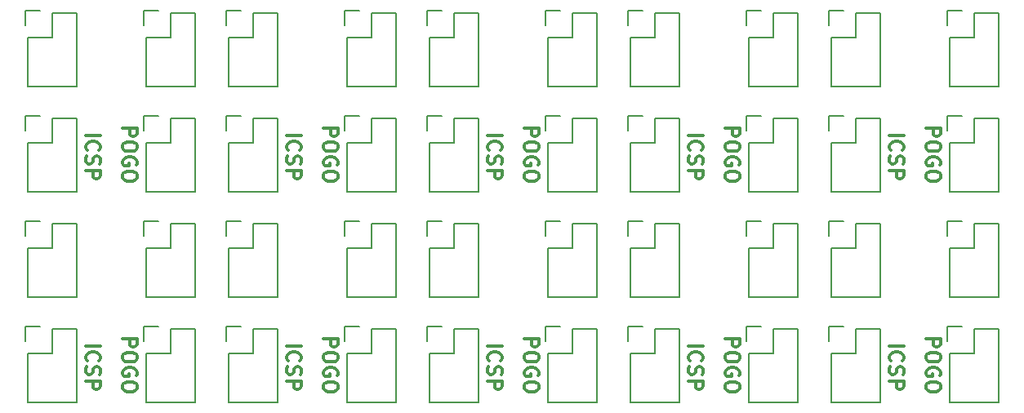
<source format=gto>
G04 #@! TF.FileFunction,Legend,Top*
%FSLAX46Y46*%
G04 Gerber Fmt 4.6, Leading zero omitted, Abs format (unit mm)*
G04 Created by KiCad (PCBNEW 4.0.5+dfsg1-4) date Wed Oct 11 12:16:19 2017*
%MOMM*%
%LPD*%
G01*
G04 APERTURE LIST*
%ADD10C,0.100000*%
%ADD11C,0.300000*%
%ADD12C,0.150000*%
G04 APERTURE END LIST*
D10*
D11*
X245955429Y-88471714D02*
X247455429Y-88471714D01*
X247455429Y-89043142D01*
X247384000Y-89186000D01*
X247312571Y-89257428D01*
X247169714Y-89328857D01*
X246955429Y-89328857D01*
X246812571Y-89257428D01*
X246741143Y-89186000D01*
X246669714Y-89043142D01*
X246669714Y-88471714D01*
X247455429Y-90257428D02*
X247455429Y-90543142D01*
X247384000Y-90686000D01*
X247241143Y-90828857D01*
X246955429Y-90900285D01*
X246455429Y-90900285D01*
X246169714Y-90828857D01*
X246026857Y-90686000D01*
X245955429Y-90543142D01*
X245955429Y-90257428D01*
X246026857Y-90114571D01*
X246169714Y-89971714D01*
X246455429Y-89900285D01*
X246955429Y-89900285D01*
X247241143Y-89971714D01*
X247384000Y-90114571D01*
X247455429Y-90257428D01*
X247384000Y-92328857D02*
X247455429Y-92186000D01*
X247455429Y-91971714D01*
X247384000Y-91757429D01*
X247241143Y-91614571D01*
X247098286Y-91543143D01*
X246812571Y-91471714D01*
X246598286Y-91471714D01*
X246312571Y-91543143D01*
X246169714Y-91614571D01*
X246026857Y-91757429D01*
X245955429Y-91971714D01*
X245955429Y-92114571D01*
X246026857Y-92328857D01*
X246098286Y-92400286D01*
X246598286Y-92400286D01*
X246598286Y-92114571D01*
X247455429Y-93328857D02*
X247455429Y-93614571D01*
X247384000Y-93757429D01*
X247241143Y-93900286D01*
X246955429Y-93971714D01*
X246455429Y-93971714D01*
X246169714Y-93900286D01*
X246026857Y-93757429D01*
X245955429Y-93614571D01*
X245955429Y-93328857D01*
X246026857Y-93186000D01*
X246169714Y-93043143D01*
X246455429Y-92971714D01*
X246955429Y-92971714D01*
X247241143Y-93043143D01*
X247384000Y-93186000D01*
X247455429Y-93328857D01*
X242145429Y-89225715D02*
X243645429Y-89225715D01*
X242288286Y-90797144D02*
X242216857Y-90725715D01*
X242145429Y-90511429D01*
X242145429Y-90368572D01*
X242216857Y-90154287D01*
X242359714Y-90011429D01*
X242502571Y-89940001D01*
X242788286Y-89868572D01*
X243002571Y-89868572D01*
X243288286Y-89940001D01*
X243431143Y-90011429D01*
X243574000Y-90154287D01*
X243645429Y-90368572D01*
X243645429Y-90511429D01*
X243574000Y-90725715D01*
X243502571Y-90797144D01*
X242216857Y-91368572D02*
X242145429Y-91582858D01*
X242145429Y-91940001D01*
X242216857Y-92082858D01*
X242288286Y-92154287D01*
X242431143Y-92225715D01*
X242574000Y-92225715D01*
X242716857Y-92154287D01*
X242788286Y-92082858D01*
X242859714Y-91940001D01*
X242931143Y-91654287D01*
X243002571Y-91511429D01*
X243074000Y-91440001D01*
X243216857Y-91368572D01*
X243359714Y-91368572D01*
X243502571Y-91440001D01*
X243574000Y-91511429D01*
X243645429Y-91654287D01*
X243645429Y-92011429D01*
X243574000Y-92225715D01*
X242145429Y-92868572D02*
X243645429Y-92868572D01*
X243645429Y-93440000D01*
X243574000Y-93582858D01*
X243502571Y-93654286D01*
X243359714Y-93725715D01*
X243145429Y-93725715D01*
X243002571Y-93654286D01*
X242931143Y-93582858D01*
X242859714Y-93440000D01*
X242859714Y-92868572D01*
X242145429Y-111069715D02*
X243645429Y-111069715D01*
X242288286Y-112641144D02*
X242216857Y-112569715D01*
X242145429Y-112355429D01*
X242145429Y-112212572D01*
X242216857Y-111998287D01*
X242359714Y-111855429D01*
X242502571Y-111784001D01*
X242788286Y-111712572D01*
X243002571Y-111712572D01*
X243288286Y-111784001D01*
X243431143Y-111855429D01*
X243574000Y-111998287D01*
X243645429Y-112212572D01*
X243645429Y-112355429D01*
X243574000Y-112569715D01*
X243502571Y-112641144D01*
X242216857Y-113212572D02*
X242145429Y-113426858D01*
X242145429Y-113784001D01*
X242216857Y-113926858D01*
X242288286Y-113998287D01*
X242431143Y-114069715D01*
X242574000Y-114069715D01*
X242716857Y-113998287D01*
X242788286Y-113926858D01*
X242859714Y-113784001D01*
X242931143Y-113498287D01*
X243002571Y-113355429D01*
X243074000Y-113284001D01*
X243216857Y-113212572D01*
X243359714Y-113212572D01*
X243502571Y-113284001D01*
X243574000Y-113355429D01*
X243645429Y-113498287D01*
X243645429Y-113855429D01*
X243574000Y-114069715D01*
X242145429Y-114712572D02*
X243645429Y-114712572D01*
X243645429Y-115284000D01*
X243574000Y-115426858D01*
X243502571Y-115498286D01*
X243359714Y-115569715D01*
X243145429Y-115569715D01*
X243002571Y-115498286D01*
X242931143Y-115426858D01*
X242859714Y-115284000D01*
X242859714Y-114712572D01*
X245955429Y-110315714D02*
X247455429Y-110315714D01*
X247455429Y-110887142D01*
X247384000Y-111030000D01*
X247312571Y-111101428D01*
X247169714Y-111172857D01*
X246955429Y-111172857D01*
X246812571Y-111101428D01*
X246741143Y-111030000D01*
X246669714Y-110887142D01*
X246669714Y-110315714D01*
X247455429Y-112101428D02*
X247455429Y-112387142D01*
X247384000Y-112530000D01*
X247241143Y-112672857D01*
X246955429Y-112744285D01*
X246455429Y-112744285D01*
X246169714Y-112672857D01*
X246026857Y-112530000D01*
X245955429Y-112387142D01*
X245955429Y-112101428D01*
X246026857Y-111958571D01*
X246169714Y-111815714D01*
X246455429Y-111744285D01*
X246955429Y-111744285D01*
X247241143Y-111815714D01*
X247384000Y-111958571D01*
X247455429Y-112101428D01*
X247384000Y-114172857D02*
X247455429Y-114030000D01*
X247455429Y-113815714D01*
X247384000Y-113601429D01*
X247241143Y-113458571D01*
X247098286Y-113387143D01*
X246812571Y-113315714D01*
X246598286Y-113315714D01*
X246312571Y-113387143D01*
X246169714Y-113458571D01*
X246026857Y-113601429D01*
X245955429Y-113815714D01*
X245955429Y-113958571D01*
X246026857Y-114172857D01*
X246098286Y-114244286D01*
X246598286Y-114244286D01*
X246598286Y-113958571D01*
X247455429Y-115172857D02*
X247455429Y-115458571D01*
X247384000Y-115601429D01*
X247241143Y-115744286D01*
X246955429Y-115815714D01*
X246455429Y-115815714D01*
X246169714Y-115744286D01*
X246026857Y-115601429D01*
X245955429Y-115458571D01*
X245955429Y-115172857D01*
X246026857Y-115030000D01*
X246169714Y-114887143D01*
X246455429Y-114815714D01*
X246955429Y-114815714D01*
X247241143Y-114887143D01*
X247384000Y-115030000D01*
X247455429Y-115172857D01*
X200489429Y-89225715D02*
X201989429Y-89225715D01*
X200632286Y-90797144D02*
X200560857Y-90725715D01*
X200489429Y-90511429D01*
X200489429Y-90368572D01*
X200560857Y-90154287D01*
X200703714Y-90011429D01*
X200846571Y-89940001D01*
X201132286Y-89868572D01*
X201346571Y-89868572D01*
X201632286Y-89940001D01*
X201775143Y-90011429D01*
X201918000Y-90154287D01*
X201989429Y-90368572D01*
X201989429Y-90511429D01*
X201918000Y-90725715D01*
X201846571Y-90797144D01*
X200560857Y-91368572D02*
X200489429Y-91582858D01*
X200489429Y-91940001D01*
X200560857Y-92082858D01*
X200632286Y-92154287D01*
X200775143Y-92225715D01*
X200918000Y-92225715D01*
X201060857Y-92154287D01*
X201132286Y-92082858D01*
X201203714Y-91940001D01*
X201275143Y-91654287D01*
X201346571Y-91511429D01*
X201418000Y-91440001D01*
X201560857Y-91368572D01*
X201703714Y-91368572D01*
X201846571Y-91440001D01*
X201918000Y-91511429D01*
X201989429Y-91654287D01*
X201989429Y-92011429D01*
X201918000Y-92225715D01*
X200489429Y-92868572D02*
X201989429Y-92868572D01*
X201989429Y-93440000D01*
X201918000Y-93582858D01*
X201846571Y-93654286D01*
X201703714Y-93725715D01*
X201489429Y-93725715D01*
X201346571Y-93654286D01*
X201275143Y-93582858D01*
X201203714Y-93440000D01*
X201203714Y-92868572D01*
X225127429Y-110315714D02*
X226627429Y-110315714D01*
X226627429Y-110887142D01*
X226556000Y-111030000D01*
X226484571Y-111101428D01*
X226341714Y-111172857D01*
X226127429Y-111172857D01*
X225984571Y-111101428D01*
X225913143Y-111030000D01*
X225841714Y-110887142D01*
X225841714Y-110315714D01*
X226627429Y-112101428D02*
X226627429Y-112387142D01*
X226556000Y-112530000D01*
X226413143Y-112672857D01*
X226127429Y-112744285D01*
X225627429Y-112744285D01*
X225341714Y-112672857D01*
X225198857Y-112530000D01*
X225127429Y-112387142D01*
X225127429Y-112101428D01*
X225198857Y-111958571D01*
X225341714Y-111815714D01*
X225627429Y-111744285D01*
X226127429Y-111744285D01*
X226413143Y-111815714D01*
X226556000Y-111958571D01*
X226627429Y-112101428D01*
X226556000Y-114172857D02*
X226627429Y-114030000D01*
X226627429Y-113815714D01*
X226556000Y-113601429D01*
X226413143Y-113458571D01*
X226270286Y-113387143D01*
X225984571Y-113315714D01*
X225770286Y-113315714D01*
X225484571Y-113387143D01*
X225341714Y-113458571D01*
X225198857Y-113601429D01*
X225127429Y-113815714D01*
X225127429Y-113958571D01*
X225198857Y-114172857D01*
X225270286Y-114244286D01*
X225770286Y-114244286D01*
X225770286Y-113958571D01*
X226627429Y-115172857D02*
X226627429Y-115458571D01*
X226556000Y-115601429D01*
X226413143Y-115744286D01*
X226127429Y-115815714D01*
X225627429Y-115815714D01*
X225341714Y-115744286D01*
X225198857Y-115601429D01*
X225127429Y-115458571D01*
X225127429Y-115172857D01*
X225198857Y-115030000D01*
X225341714Y-114887143D01*
X225627429Y-114815714D01*
X226127429Y-114815714D01*
X226413143Y-114887143D01*
X226556000Y-115030000D01*
X226627429Y-115172857D01*
X221317429Y-111069715D02*
X222817429Y-111069715D01*
X221460286Y-112641144D02*
X221388857Y-112569715D01*
X221317429Y-112355429D01*
X221317429Y-112212572D01*
X221388857Y-111998287D01*
X221531714Y-111855429D01*
X221674571Y-111784001D01*
X221960286Y-111712572D01*
X222174571Y-111712572D01*
X222460286Y-111784001D01*
X222603143Y-111855429D01*
X222746000Y-111998287D01*
X222817429Y-112212572D01*
X222817429Y-112355429D01*
X222746000Y-112569715D01*
X222674571Y-112641144D01*
X221388857Y-113212572D02*
X221317429Y-113426858D01*
X221317429Y-113784001D01*
X221388857Y-113926858D01*
X221460286Y-113998287D01*
X221603143Y-114069715D01*
X221746000Y-114069715D01*
X221888857Y-113998287D01*
X221960286Y-113926858D01*
X222031714Y-113784001D01*
X222103143Y-113498287D01*
X222174571Y-113355429D01*
X222246000Y-113284001D01*
X222388857Y-113212572D01*
X222531714Y-113212572D01*
X222674571Y-113284001D01*
X222746000Y-113355429D01*
X222817429Y-113498287D01*
X222817429Y-113855429D01*
X222746000Y-114069715D01*
X221317429Y-114712572D02*
X222817429Y-114712572D01*
X222817429Y-115284000D01*
X222746000Y-115426858D01*
X222674571Y-115498286D01*
X222531714Y-115569715D01*
X222317429Y-115569715D01*
X222174571Y-115498286D01*
X222103143Y-115426858D01*
X222031714Y-115284000D01*
X222031714Y-114712572D01*
X221317429Y-89225715D02*
X222817429Y-89225715D01*
X221460286Y-90797144D02*
X221388857Y-90725715D01*
X221317429Y-90511429D01*
X221317429Y-90368572D01*
X221388857Y-90154287D01*
X221531714Y-90011429D01*
X221674571Y-89940001D01*
X221960286Y-89868572D01*
X222174571Y-89868572D01*
X222460286Y-89940001D01*
X222603143Y-90011429D01*
X222746000Y-90154287D01*
X222817429Y-90368572D01*
X222817429Y-90511429D01*
X222746000Y-90725715D01*
X222674571Y-90797144D01*
X221388857Y-91368572D02*
X221317429Y-91582858D01*
X221317429Y-91940001D01*
X221388857Y-92082858D01*
X221460286Y-92154287D01*
X221603143Y-92225715D01*
X221746000Y-92225715D01*
X221888857Y-92154287D01*
X221960286Y-92082858D01*
X222031714Y-91940001D01*
X222103143Y-91654287D01*
X222174571Y-91511429D01*
X222246000Y-91440001D01*
X222388857Y-91368572D01*
X222531714Y-91368572D01*
X222674571Y-91440001D01*
X222746000Y-91511429D01*
X222817429Y-91654287D01*
X222817429Y-92011429D01*
X222746000Y-92225715D01*
X221317429Y-92868572D02*
X222817429Y-92868572D01*
X222817429Y-93440000D01*
X222746000Y-93582858D01*
X222674571Y-93654286D01*
X222531714Y-93725715D01*
X222317429Y-93725715D01*
X222174571Y-93654286D01*
X222103143Y-93582858D01*
X222031714Y-93440000D01*
X222031714Y-92868572D01*
X225127429Y-88471714D02*
X226627429Y-88471714D01*
X226627429Y-89043142D01*
X226556000Y-89186000D01*
X226484571Y-89257428D01*
X226341714Y-89328857D01*
X226127429Y-89328857D01*
X225984571Y-89257428D01*
X225913143Y-89186000D01*
X225841714Y-89043142D01*
X225841714Y-88471714D01*
X226627429Y-90257428D02*
X226627429Y-90543142D01*
X226556000Y-90686000D01*
X226413143Y-90828857D01*
X226127429Y-90900285D01*
X225627429Y-90900285D01*
X225341714Y-90828857D01*
X225198857Y-90686000D01*
X225127429Y-90543142D01*
X225127429Y-90257428D01*
X225198857Y-90114571D01*
X225341714Y-89971714D01*
X225627429Y-89900285D01*
X226127429Y-89900285D01*
X226413143Y-89971714D01*
X226556000Y-90114571D01*
X226627429Y-90257428D01*
X226556000Y-92328857D02*
X226627429Y-92186000D01*
X226627429Y-91971714D01*
X226556000Y-91757429D01*
X226413143Y-91614571D01*
X226270286Y-91543143D01*
X225984571Y-91471714D01*
X225770286Y-91471714D01*
X225484571Y-91543143D01*
X225341714Y-91614571D01*
X225198857Y-91757429D01*
X225127429Y-91971714D01*
X225127429Y-92114571D01*
X225198857Y-92328857D01*
X225270286Y-92400286D01*
X225770286Y-92400286D01*
X225770286Y-92114571D01*
X226627429Y-93328857D02*
X226627429Y-93614571D01*
X226556000Y-93757429D01*
X226413143Y-93900286D01*
X226127429Y-93971714D01*
X225627429Y-93971714D01*
X225341714Y-93900286D01*
X225198857Y-93757429D01*
X225127429Y-93614571D01*
X225127429Y-93328857D01*
X225198857Y-93186000D01*
X225341714Y-93043143D01*
X225627429Y-92971714D01*
X226127429Y-92971714D01*
X226413143Y-93043143D01*
X226556000Y-93186000D01*
X226627429Y-93328857D01*
X204299429Y-110315714D02*
X205799429Y-110315714D01*
X205799429Y-110887142D01*
X205728000Y-111030000D01*
X205656571Y-111101428D01*
X205513714Y-111172857D01*
X205299429Y-111172857D01*
X205156571Y-111101428D01*
X205085143Y-111030000D01*
X205013714Y-110887142D01*
X205013714Y-110315714D01*
X205799429Y-112101428D02*
X205799429Y-112387142D01*
X205728000Y-112530000D01*
X205585143Y-112672857D01*
X205299429Y-112744285D01*
X204799429Y-112744285D01*
X204513714Y-112672857D01*
X204370857Y-112530000D01*
X204299429Y-112387142D01*
X204299429Y-112101428D01*
X204370857Y-111958571D01*
X204513714Y-111815714D01*
X204799429Y-111744285D01*
X205299429Y-111744285D01*
X205585143Y-111815714D01*
X205728000Y-111958571D01*
X205799429Y-112101428D01*
X205728000Y-114172857D02*
X205799429Y-114030000D01*
X205799429Y-113815714D01*
X205728000Y-113601429D01*
X205585143Y-113458571D01*
X205442286Y-113387143D01*
X205156571Y-113315714D01*
X204942286Y-113315714D01*
X204656571Y-113387143D01*
X204513714Y-113458571D01*
X204370857Y-113601429D01*
X204299429Y-113815714D01*
X204299429Y-113958571D01*
X204370857Y-114172857D01*
X204442286Y-114244286D01*
X204942286Y-114244286D01*
X204942286Y-113958571D01*
X205799429Y-115172857D02*
X205799429Y-115458571D01*
X205728000Y-115601429D01*
X205585143Y-115744286D01*
X205299429Y-115815714D01*
X204799429Y-115815714D01*
X204513714Y-115744286D01*
X204370857Y-115601429D01*
X204299429Y-115458571D01*
X204299429Y-115172857D01*
X204370857Y-115030000D01*
X204513714Y-114887143D01*
X204799429Y-114815714D01*
X205299429Y-114815714D01*
X205585143Y-114887143D01*
X205728000Y-115030000D01*
X205799429Y-115172857D01*
X200489429Y-111069715D02*
X201989429Y-111069715D01*
X200632286Y-112641144D02*
X200560857Y-112569715D01*
X200489429Y-112355429D01*
X200489429Y-112212572D01*
X200560857Y-111998287D01*
X200703714Y-111855429D01*
X200846571Y-111784001D01*
X201132286Y-111712572D01*
X201346571Y-111712572D01*
X201632286Y-111784001D01*
X201775143Y-111855429D01*
X201918000Y-111998287D01*
X201989429Y-112212572D01*
X201989429Y-112355429D01*
X201918000Y-112569715D01*
X201846571Y-112641144D01*
X200560857Y-113212572D02*
X200489429Y-113426858D01*
X200489429Y-113784001D01*
X200560857Y-113926858D01*
X200632286Y-113998287D01*
X200775143Y-114069715D01*
X200918000Y-114069715D01*
X201060857Y-113998287D01*
X201132286Y-113926858D01*
X201203714Y-113784001D01*
X201275143Y-113498287D01*
X201346571Y-113355429D01*
X201418000Y-113284001D01*
X201560857Y-113212572D01*
X201703714Y-113212572D01*
X201846571Y-113284001D01*
X201918000Y-113355429D01*
X201989429Y-113498287D01*
X201989429Y-113855429D01*
X201918000Y-114069715D01*
X200489429Y-114712572D02*
X201989429Y-114712572D01*
X201989429Y-115284000D01*
X201918000Y-115426858D01*
X201846571Y-115498286D01*
X201703714Y-115569715D01*
X201489429Y-115569715D01*
X201346571Y-115498286D01*
X201275143Y-115426858D01*
X201203714Y-115284000D01*
X201203714Y-114712572D01*
X204299429Y-88471714D02*
X205799429Y-88471714D01*
X205799429Y-89043142D01*
X205728000Y-89186000D01*
X205656571Y-89257428D01*
X205513714Y-89328857D01*
X205299429Y-89328857D01*
X205156571Y-89257428D01*
X205085143Y-89186000D01*
X205013714Y-89043142D01*
X205013714Y-88471714D01*
X205799429Y-90257428D02*
X205799429Y-90543142D01*
X205728000Y-90686000D01*
X205585143Y-90828857D01*
X205299429Y-90900285D01*
X204799429Y-90900285D01*
X204513714Y-90828857D01*
X204370857Y-90686000D01*
X204299429Y-90543142D01*
X204299429Y-90257428D01*
X204370857Y-90114571D01*
X204513714Y-89971714D01*
X204799429Y-89900285D01*
X205299429Y-89900285D01*
X205585143Y-89971714D01*
X205728000Y-90114571D01*
X205799429Y-90257428D01*
X205728000Y-92328857D02*
X205799429Y-92186000D01*
X205799429Y-91971714D01*
X205728000Y-91757429D01*
X205585143Y-91614571D01*
X205442286Y-91543143D01*
X205156571Y-91471714D01*
X204942286Y-91471714D01*
X204656571Y-91543143D01*
X204513714Y-91614571D01*
X204370857Y-91757429D01*
X204299429Y-91971714D01*
X204299429Y-92114571D01*
X204370857Y-92328857D01*
X204442286Y-92400286D01*
X204942286Y-92400286D01*
X204942286Y-92114571D01*
X205799429Y-93328857D02*
X205799429Y-93614571D01*
X205728000Y-93757429D01*
X205585143Y-93900286D01*
X205299429Y-93971714D01*
X204799429Y-93971714D01*
X204513714Y-93900286D01*
X204370857Y-93757429D01*
X204299429Y-93614571D01*
X204299429Y-93328857D01*
X204370857Y-93186000D01*
X204513714Y-93043143D01*
X204799429Y-92971714D01*
X205299429Y-92971714D01*
X205585143Y-93043143D01*
X205728000Y-93186000D01*
X205799429Y-93328857D01*
X183471429Y-110315714D02*
X184971429Y-110315714D01*
X184971429Y-110887142D01*
X184900000Y-111030000D01*
X184828571Y-111101428D01*
X184685714Y-111172857D01*
X184471429Y-111172857D01*
X184328571Y-111101428D01*
X184257143Y-111030000D01*
X184185714Y-110887142D01*
X184185714Y-110315714D01*
X184971429Y-112101428D02*
X184971429Y-112387142D01*
X184900000Y-112530000D01*
X184757143Y-112672857D01*
X184471429Y-112744285D01*
X183971429Y-112744285D01*
X183685714Y-112672857D01*
X183542857Y-112530000D01*
X183471429Y-112387142D01*
X183471429Y-112101428D01*
X183542857Y-111958571D01*
X183685714Y-111815714D01*
X183971429Y-111744285D01*
X184471429Y-111744285D01*
X184757143Y-111815714D01*
X184900000Y-111958571D01*
X184971429Y-112101428D01*
X184900000Y-114172857D02*
X184971429Y-114030000D01*
X184971429Y-113815714D01*
X184900000Y-113601429D01*
X184757143Y-113458571D01*
X184614286Y-113387143D01*
X184328571Y-113315714D01*
X184114286Y-113315714D01*
X183828571Y-113387143D01*
X183685714Y-113458571D01*
X183542857Y-113601429D01*
X183471429Y-113815714D01*
X183471429Y-113958571D01*
X183542857Y-114172857D01*
X183614286Y-114244286D01*
X184114286Y-114244286D01*
X184114286Y-113958571D01*
X184971429Y-115172857D02*
X184971429Y-115458571D01*
X184900000Y-115601429D01*
X184757143Y-115744286D01*
X184471429Y-115815714D01*
X183971429Y-115815714D01*
X183685714Y-115744286D01*
X183542857Y-115601429D01*
X183471429Y-115458571D01*
X183471429Y-115172857D01*
X183542857Y-115030000D01*
X183685714Y-114887143D01*
X183971429Y-114815714D01*
X184471429Y-114815714D01*
X184757143Y-114887143D01*
X184900000Y-115030000D01*
X184971429Y-115172857D01*
X179661429Y-111069715D02*
X181161429Y-111069715D01*
X179804286Y-112641144D02*
X179732857Y-112569715D01*
X179661429Y-112355429D01*
X179661429Y-112212572D01*
X179732857Y-111998287D01*
X179875714Y-111855429D01*
X180018571Y-111784001D01*
X180304286Y-111712572D01*
X180518571Y-111712572D01*
X180804286Y-111784001D01*
X180947143Y-111855429D01*
X181090000Y-111998287D01*
X181161429Y-112212572D01*
X181161429Y-112355429D01*
X181090000Y-112569715D01*
X181018571Y-112641144D01*
X179732857Y-113212572D02*
X179661429Y-113426858D01*
X179661429Y-113784001D01*
X179732857Y-113926858D01*
X179804286Y-113998287D01*
X179947143Y-114069715D01*
X180090000Y-114069715D01*
X180232857Y-113998287D01*
X180304286Y-113926858D01*
X180375714Y-113784001D01*
X180447143Y-113498287D01*
X180518571Y-113355429D01*
X180590000Y-113284001D01*
X180732857Y-113212572D01*
X180875714Y-113212572D01*
X181018571Y-113284001D01*
X181090000Y-113355429D01*
X181161429Y-113498287D01*
X181161429Y-113855429D01*
X181090000Y-114069715D01*
X179661429Y-114712572D02*
X181161429Y-114712572D01*
X181161429Y-115284000D01*
X181090000Y-115426858D01*
X181018571Y-115498286D01*
X180875714Y-115569715D01*
X180661429Y-115569715D01*
X180518571Y-115498286D01*
X180447143Y-115426858D01*
X180375714Y-115284000D01*
X180375714Y-114712572D01*
X183471429Y-88471714D02*
X184971429Y-88471714D01*
X184971429Y-89043142D01*
X184900000Y-89186000D01*
X184828571Y-89257428D01*
X184685714Y-89328857D01*
X184471429Y-89328857D01*
X184328571Y-89257428D01*
X184257143Y-89186000D01*
X184185714Y-89043142D01*
X184185714Y-88471714D01*
X184971429Y-90257428D02*
X184971429Y-90543142D01*
X184900000Y-90686000D01*
X184757143Y-90828857D01*
X184471429Y-90900285D01*
X183971429Y-90900285D01*
X183685714Y-90828857D01*
X183542857Y-90686000D01*
X183471429Y-90543142D01*
X183471429Y-90257428D01*
X183542857Y-90114571D01*
X183685714Y-89971714D01*
X183971429Y-89900285D01*
X184471429Y-89900285D01*
X184757143Y-89971714D01*
X184900000Y-90114571D01*
X184971429Y-90257428D01*
X184900000Y-92328857D02*
X184971429Y-92186000D01*
X184971429Y-91971714D01*
X184900000Y-91757429D01*
X184757143Y-91614571D01*
X184614286Y-91543143D01*
X184328571Y-91471714D01*
X184114286Y-91471714D01*
X183828571Y-91543143D01*
X183685714Y-91614571D01*
X183542857Y-91757429D01*
X183471429Y-91971714D01*
X183471429Y-92114571D01*
X183542857Y-92328857D01*
X183614286Y-92400286D01*
X184114286Y-92400286D01*
X184114286Y-92114571D01*
X184971429Y-93328857D02*
X184971429Y-93614571D01*
X184900000Y-93757429D01*
X184757143Y-93900286D01*
X184471429Y-93971714D01*
X183971429Y-93971714D01*
X183685714Y-93900286D01*
X183542857Y-93757429D01*
X183471429Y-93614571D01*
X183471429Y-93328857D01*
X183542857Y-93186000D01*
X183685714Y-93043143D01*
X183971429Y-92971714D01*
X184471429Y-92971714D01*
X184757143Y-93043143D01*
X184900000Y-93186000D01*
X184971429Y-93328857D01*
X179661429Y-89225715D02*
X181161429Y-89225715D01*
X179804286Y-90797144D02*
X179732857Y-90725715D01*
X179661429Y-90511429D01*
X179661429Y-90368572D01*
X179732857Y-90154287D01*
X179875714Y-90011429D01*
X180018571Y-89940001D01*
X180304286Y-89868572D01*
X180518571Y-89868572D01*
X180804286Y-89940001D01*
X180947143Y-90011429D01*
X181090000Y-90154287D01*
X181161429Y-90368572D01*
X181161429Y-90511429D01*
X181090000Y-90725715D01*
X181018571Y-90797144D01*
X179732857Y-91368572D02*
X179661429Y-91582858D01*
X179661429Y-91940001D01*
X179732857Y-92082858D01*
X179804286Y-92154287D01*
X179947143Y-92225715D01*
X180090000Y-92225715D01*
X180232857Y-92154287D01*
X180304286Y-92082858D01*
X180375714Y-91940001D01*
X180447143Y-91654287D01*
X180518571Y-91511429D01*
X180590000Y-91440001D01*
X180732857Y-91368572D01*
X180875714Y-91368572D01*
X181018571Y-91440001D01*
X181090000Y-91511429D01*
X181161429Y-91654287D01*
X181161429Y-92011429D01*
X181090000Y-92225715D01*
X179661429Y-92868572D02*
X181161429Y-92868572D01*
X181161429Y-93440000D01*
X181090000Y-93582858D01*
X181018571Y-93654286D01*
X180875714Y-93725715D01*
X180661429Y-93725715D01*
X180518571Y-93654286D01*
X180447143Y-93582858D01*
X180375714Y-93440000D01*
X180375714Y-92868572D01*
X158833429Y-111069715D02*
X160333429Y-111069715D01*
X158976286Y-112641144D02*
X158904857Y-112569715D01*
X158833429Y-112355429D01*
X158833429Y-112212572D01*
X158904857Y-111998287D01*
X159047714Y-111855429D01*
X159190571Y-111784001D01*
X159476286Y-111712572D01*
X159690571Y-111712572D01*
X159976286Y-111784001D01*
X160119143Y-111855429D01*
X160262000Y-111998287D01*
X160333429Y-112212572D01*
X160333429Y-112355429D01*
X160262000Y-112569715D01*
X160190571Y-112641144D01*
X158904857Y-113212572D02*
X158833429Y-113426858D01*
X158833429Y-113784001D01*
X158904857Y-113926858D01*
X158976286Y-113998287D01*
X159119143Y-114069715D01*
X159262000Y-114069715D01*
X159404857Y-113998287D01*
X159476286Y-113926858D01*
X159547714Y-113784001D01*
X159619143Y-113498287D01*
X159690571Y-113355429D01*
X159762000Y-113284001D01*
X159904857Y-113212572D01*
X160047714Y-113212572D01*
X160190571Y-113284001D01*
X160262000Y-113355429D01*
X160333429Y-113498287D01*
X160333429Y-113855429D01*
X160262000Y-114069715D01*
X158833429Y-114712572D02*
X160333429Y-114712572D01*
X160333429Y-115284000D01*
X160262000Y-115426858D01*
X160190571Y-115498286D01*
X160047714Y-115569715D01*
X159833429Y-115569715D01*
X159690571Y-115498286D01*
X159619143Y-115426858D01*
X159547714Y-115284000D01*
X159547714Y-114712572D01*
X162643429Y-110315714D02*
X164143429Y-110315714D01*
X164143429Y-110887142D01*
X164072000Y-111030000D01*
X164000571Y-111101428D01*
X163857714Y-111172857D01*
X163643429Y-111172857D01*
X163500571Y-111101428D01*
X163429143Y-111030000D01*
X163357714Y-110887142D01*
X163357714Y-110315714D01*
X164143429Y-112101428D02*
X164143429Y-112387142D01*
X164072000Y-112530000D01*
X163929143Y-112672857D01*
X163643429Y-112744285D01*
X163143429Y-112744285D01*
X162857714Y-112672857D01*
X162714857Y-112530000D01*
X162643429Y-112387142D01*
X162643429Y-112101428D01*
X162714857Y-111958571D01*
X162857714Y-111815714D01*
X163143429Y-111744285D01*
X163643429Y-111744285D01*
X163929143Y-111815714D01*
X164072000Y-111958571D01*
X164143429Y-112101428D01*
X164072000Y-114172857D02*
X164143429Y-114030000D01*
X164143429Y-113815714D01*
X164072000Y-113601429D01*
X163929143Y-113458571D01*
X163786286Y-113387143D01*
X163500571Y-113315714D01*
X163286286Y-113315714D01*
X163000571Y-113387143D01*
X162857714Y-113458571D01*
X162714857Y-113601429D01*
X162643429Y-113815714D01*
X162643429Y-113958571D01*
X162714857Y-114172857D01*
X162786286Y-114244286D01*
X163286286Y-114244286D01*
X163286286Y-113958571D01*
X164143429Y-115172857D02*
X164143429Y-115458571D01*
X164072000Y-115601429D01*
X163929143Y-115744286D01*
X163643429Y-115815714D01*
X163143429Y-115815714D01*
X162857714Y-115744286D01*
X162714857Y-115601429D01*
X162643429Y-115458571D01*
X162643429Y-115172857D01*
X162714857Y-115030000D01*
X162857714Y-114887143D01*
X163143429Y-114815714D01*
X163643429Y-114815714D01*
X163929143Y-114887143D01*
X164072000Y-115030000D01*
X164143429Y-115172857D01*
X162643429Y-88471714D02*
X164143429Y-88471714D01*
X164143429Y-89043142D01*
X164072000Y-89186000D01*
X164000571Y-89257428D01*
X163857714Y-89328857D01*
X163643429Y-89328857D01*
X163500571Y-89257428D01*
X163429143Y-89186000D01*
X163357714Y-89043142D01*
X163357714Y-88471714D01*
X164143429Y-90257428D02*
X164143429Y-90543142D01*
X164072000Y-90686000D01*
X163929143Y-90828857D01*
X163643429Y-90900285D01*
X163143429Y-90900285D01*
X162857714Y-90828857D01*
X162714857Y-90686000D01*
X162643429Y-90543142D01*
X162643429Y-90257428D01*
X162714857Y-90114571D01*
X162857714Y-89971714D01*
X163143429Y-89900285D01*
X163643429Y-89900285D01*
X163929143Y-89971714D01*
X164072000Y-90114571D01*
X164143429Y-90257428D01*
X164072000Y-92328857D02*
X164143429Y-92186000D01*
X164143429Y-91971714D01*
X164072000Y-91757429D01*
X163929143Y-91614571D01*
X163786286Y-91543143D01*
X163500571Y-91471714D01*
X163286286Y-91471714D01*
X163000571Y-91543143D01*
X162857714Y-91614571D01*
X162714857Y-91757429D01*
X162643429Y-91971714D01*
X162643429Y-92114571D01*
X162714857Y-92328857D01*
X162786286Y-92400286D01*
X163286286Y-92400286D01*
X163286286Y-92114571D01*
X164143429Y-93328857D02*
X164143429Y-93614571D01*
X164072000Y-93757429D01*
X163929143Y-93900286D01*
X163643429Y-93971714D01*
X163143429Y-93971714D01*
X162857714Y-93900286D01*
X162714857Y-93757429D01*
X162643429Y-93614571D01*
X162643429Y-93328857D01*
X162714857Y-93186000D01*
X162857714Y-93043143D01*
X163143429Y-92971714D01*
X163643429Y-92971714D01*
X163929143Y-93043143D01*
X164072000Y-93186000D01*
X164143429Y-93328857D01*
X158833429Y-89225715D02*
X160333429Y-89225715D01*
X158976286Y-90797144D02*
X158904857Y-90725715D01*
X158833429Y-90511429D01*
X158833429Y-90368572D01*
X158904857Y-90154287D01*
X159047714Y-90011429D01*
X159190571Y-89940001D01*
X159476286Y-89868572D01*
X159690571Y-89868572D01*
X159976286Y-89940001D01*
X160119143Y-90011429D01*
X160262000Y-90154287D01*
X160333429Y-90368572D01*
X160333429Y-90511429D01*
X160262000Y-90725715D01*
X160190571Y-90797144D01*
X158904857Y-91368572D02*
X158833429Y-91582858D01*
X158833429Y-91940001D01*
X158904857Y-92082858D01*
X158976286Y-92154287D01*
X159119143Y-92225715D01*
X159262000Y-92225715D01*
X159404857Y-92154287D01*
X159476286Y-92082858D01*
X159547714Y-91940001D01*
X159619143Y-91654287D01*
X159690571Y-91511429D01*
X159762000Y-91440001D01*
X159904857Y-91368572D01*
X160047714Y-91368572D01*
X160190571Y-91440001D01*
X160262000Y-91511429D01*
X160333429Y-91654287D01*
X160333429Y-92011429D01*
X160262000Y-92225715D01*
X158833429Y-92868572D02*
X160333429Y-92868572D01*
X160333429Y-93440000D01*
X160262000Y-93582858D01*
X160190571Y-93654286D01*
X160047714Y-93725715D01*
X159833429Y-93725715D01*
X159690571Y-93654286D01*
X159619143Y-93582858D01*
X159547714Y-93440000D01*
X159547714Y-92868572D01*
D12*
X236131100Y-90017600D02*
X236131100Y-95097600D01*
X235851100Y-87197600D02*
X237401100Y-87197600D01*
X238671100Y-87477600D02*
X238671100Y-90017600D01*
X238671100Y-90017600D02*
X236131100Y-90017600D01*
X236131100Y-95097600D02*
X241211100Y-95097600D01*
X241211100Y-95097600D02*
X241211100Y-90017600D01*
X235851100Y-87197600D02*
X235851100Y-88747600D01*
X241211100Y-87477600D02*
X238671100Y-87477600D01*
X241211100Y-90017600D02*
X241211100Y-87477600D01*
X236131100Y-79095600D02*
X236131100Y-84175600D01*
X235851100Y-76275600D02*
X237401100Y-76275600D01*
X238671100Y-76555600D02*
X238671100Y-79095600D01*
X238671100Y-79095600D02*
X236131100Y-79095600D01*
X236131100Y-84175600D02*
X241211100Y-84175600D01*
X241211100Y-84175600D02*
X241211100Y-79095600D01*
X235851100Y-76275600D02*
X235851100Y-77825600D01*
X241211100Y-76555600D02*
X238671100Y-76555600D01*
X241211100Y-79095600D02*
X241211100Y-76555600D01*
X248412000Y-90017600D02*
X248412000Y-95097600D01*
X248132000Y-87197600D02*
X249682000Y-87197600D01*
X250952000Y-87477600D02*
X250952000Y-90017600D01*
X250952000Y-90017600D02*
X248412000Y-90017600D01*
X248412000Y-95097600D02*
X253492000Y-95097600D01*
X253492000Y-95097600D02*
X253492000Y-90017600D01*
X248132000Y-87197600D02*
X248132000Y-88747600D01*
X253492000Y-87477600D02*
X250952000Y-87477600D01*
X253492000Y-90017600D02*
X253492000Y-87477600D01*
X236131100Y-100939600D02*
X236131100Y-106019600D01*
X235851100Y-98119600D02*
X237401100Y-98119600D01*
X238671100Y-98399600D02*
X238671100Y-100939600D01*
X238671100Y-100939600D02*
X236131100Y-100939600D01*
X236131100Y-106019600D02*
X241211100Y-106019600D01*
X241211100Y-106019600D02*
X241211100Y-100939600D01*
X235851100Y-98119600D02*
X235851100Y-99669600D01*
X241211100Y-98399600D02*
X238671100Y-98399600D01*
X241211100Y-100939600D02*
X241211100Y-98399600D01*
X248412000Y-111861600D02*
X248412000Y-116941600D01*
X248132000Y-109041600D02*
X249682000Y-109041600D01*
X250952000Y-109321600D02*
X250952000Y-111861600D01*
X250952000Y-111861600D02*
X248412000Y-111861600D01*
X248412000Y-116941600D02*
X253492000Y-116941600D01*
X253492000Y-116941600D02*
X253492000Y-111861600D01*
X248132000Y-109041600D02*
X248132000Y-110591600D01*
X253492000Y-109321600D02*
X250952000Y-109321600D01*
X253492000Y-111861600D02*
X253492000Y-109321600D01*
X248412000Y-79095600D02*
X248412000Y-84175600D01*
X248132000Y-76275600D02*
X249682000Y-76275600D01*
X250952000Y-76555600D02*
X250952000Y-79095600D01*
X250952000Y-79095600D02*
X248412000Y-79095600D01*
X248412000Y-84175600D02*
X253492000Y-84175600D01*
X253492000Y-84175600D02*
X253492000Y-79095600D01*
X248132000Y-76275600D02*
X248132000Y-77825600D01*
X253492000Y-76555600D02*
X250952000Y-76555600D01*
X253492000Y-79095600D02*
X253492000Y-76555600D01*
X248412000Y-100939600D02*
X248412000Y-106019600D01*
X248132000Y-98119600D02*
X249682000Y-98119600D01*
X250952000Y-98399600D02*
X250952000Y-100939600D01*
X250952000Y-100939600D02*
X248412000Y-100939600D01*
X248412000Y-106019600D02*
X253492000Y-106019600D01*
X253492000Y-106019600D02*
X253492000Y-100939600D01*
X248132000Y-98119600D02*
X248132000Y-99669600D01*
X253492000Y-98399600D02*
X250952000Y-98399600D01*
X253492000Y-100939600D02*
X253492000Y-98399600D01*
X236131100Y-111861600D02*
X236131100Y-116941600D01*
X235851100Y-109041600D02*
X237401100Y-109041600D01*
X238671100Y-109321600D02*
X238671100Y-111861600D01*
X238671100Y-111861600D02*
X236131100Y-111861600D01*
X236131100Y-116941600D02*
X241211100Y-116941600D01*
X241211100Y-116941600D02*
X241211100Y-111861600D01*
X235851100Y-109041600D02*
X235851100Y-110591600D01*
X241211100Y-109321600D02*
X238671100Y-109321600D01*
X241211100Y-111861600D02*
X241211100Y-109321600D01*
X227584000Y-79095600D02*
X227584000Y-84175600D01*
X227304000Y-76275600D02*
X228854000Y-76275600D01*
X230124000Y-76555600D02*
X230124000Y-79095600D01*
X230124000Y-79095600D02*
X227584000Y-79095600D01*
X227584000Y-84175600D02*
X232664000Y-84175600D01*
X232664000Y-84175600D02*
X232664000Y-79095600D01*
X227304000Y-76275600D02*
X227304000Y-77825600D01*
X232664000Y-76555600D02*
X230124000Y-76555600D01*
X232664000Y-79095600D02*
X232664000Y-76555600D01*
X194475100Y-79095600D02*
X194475100Y-84175600D01*
X194195100Y-76275600D02*
X195745100Y-76275600D01*
X197015100Y-76555600D02*
X197015100Y-79095600D01*
X197015100Y-79095600D02*
X194475100Y-79095600D01*
X194475100Y-84175600D02*
X199555100Y-84175600D01*
X199555100Y-84175600D02*
X199555100Y-79095600D01*
X194195100Y-76275600D02*
X194195100Y-77825600D01*
X199555100Y-76555600D02*
X197015100Y-76555600D01*
X199555100Y-79095600D02*
X199555100Y-76555600D01*
X206756000Y-79095600D02*
X206756000Y-84175600D01*
X206476000Y-76275600D02*
X208026000Y-76275600D01*
X209296000Y-76555600D02*
X209296000Y-79095600D01*
X209296000Y-79095600D02*
X206756000Y-79095600D01*
X206756000Y-84175600D02*
X211836000Y-84175600D01*
X211836000Y-84175600D02*
X211836000Y-79095600D01*
X206476000Y-76275600D02*
X206476000Y-77825600D01*
X211836000Y-76555600D02*
X209296000Y-76555600D01*
X211836000Y-79095600D02*
X211836000Y-76555600D01*
X194475100Y-90017600D02*
X194475100Y-95097600D01*
X194195100Y-87197600D02*
X195745100Y-87197600D01*
X197015100Y-87477600D02*
X197015100Y-90017600D01*
X197015100Y-90017600D02*
X194475100Y-90017600D01*
X194475100Y-95097600D02*
X199555100Y-95097600D01*
X199555100Y-95097600D02*
X199555100Y-90017600D01*
X194195100Y-87197600D02*
X194195100Y-88747600D01*
X199555100Y-87477600D02*
X197015100Y-87477600D01*
X199555100Y-90017600D02*
X199555100Y-87477600D01*
X215303100Y-79095600D02*
X215303100Y-84175600D01*
X215023100Y-76275600D02*
X216573100Y-76275600D01*
X217843100Y-76555600D02*
X217843100Y-79095600D01*
X217843100Y-79095600D02*
X215303100Y-79095600D01*
X215303100Y-84175600D02*
X220383100Y-84175600D01*
X220383100Y-84175600D02*
X220383100Y-79095600D01*
X215023100Y-76275600D02*
X215023100Y-77825600D01*
X220383100Y-76555600D02*
X217843100Y-76555600D01*
X220383100Y-79095600D02*
X220383100Y-76555600D01*
X206756000Y-90017600D02*
X206756000Y-95097600D01*
X206476000Y-87197600D02*
X208026000Y-87197600D01*
X209296000Y-87477600D02*
X209296000Y-90017600D01*
X209296000Y-90017600D02*
X206756000Y-90017600D01*
X206756000Y-95097600D02*
X211836000Y-95097600D01*
X211836000Y-95097600D02*
X211836000Y-90017600D01*
X206476000Y-87197600D02*
X206476000Y-88747600D01*
X211836000Y-87477600D02*
X209296000Y-87477600D01*
X211836000Y-90017600D02*
X211836000Y-87477600D01*
X227584000Y-90017600D02*
X227584000Y-95097600D01*
X227304000Y-87197600D02*
X228854000Y-87197600D01*
X230124000Y-87477600D02*
X230124000Y-90017600D01*
X230124000Y-90017600D02*
X227584000Y-90017600D01*
X227584000Y-95097600D02*
X232664000Y-95097600D01*
X232664000Y-95097600D02*
X232664000Y-90017600D01*
X227304000Y-87197600D02*
X227304000Y-88747600D01*
X232664000Y-87477600D02*
X230124000Y-87477600D01*
X232664000Y-90017600D02*
X232664000Y-87477600D01*
X215303100Y-90017600D02*
X215303100Y-95097600D01*
X215023100Y-87197600D02*
X216573100Y-87197600D01*
X217843100Y-87477600D02*
X217843100Y-90017600D01*
X217843100Y-90017600D02*
X215303100Y-90017600D01*
X215303100Y-95097600D02*
X220383100Y-95097600D01*
X220383100Y-95097600D02*
X220383100Y-90017600D01*
X215023100Y-87197600D02*
X215023100Y-88747600D01*
X220383100Y-87477600D02*
X217843100Y-87477600D01*
X220383100Y-90017600D02*
X220383100Y-87477600D01*
X227584000Y-100939600D02*
X227584000Y-106019600D01*
X227304000Y-98119600D02*
X228854000Y-98119600D01*
X230124000Y-98399600D02*
X230124000Y-100939600D01*
X230124000Y-100939600D02*
X227584000Y-100939600D01*
X227584000Y-106019600D02*
X232664000Y-106019600D01*
X232664000Y-106019600D02*
X232664000Y-100939600D01*
X227304000Y-98119600D02*
X227304000Y-99669600D01*
X232664000Y-98399600D02*
X230124000Y-98399600D01*
X232664000Y-100939600D02*
X232664000Y-98399600D01*
X194475100Y-111861600D02*
X194475100Y-116941600D01*
X194195100Y-109041600D02*
X195745100Y-109041600D01*
X197015100Y-109321600D02*
X197015100Y-111861600D01*
X197015100Y-111861600D02*
X194475100Y-111861600D01*
X194475100Y-116941600D02*
X199555100Y-116941600D01*
X199555100Y-116941600D02*
X199555100Y-111861600D01*
X194195100Y-109041600D02*
X194195100Y-110591600D01*
X199555100Y-109321600D02*
X197015100Y-109321600D01*
X199555100Y-111861600D02*
X199555100Y-109321600D01*
X206756000Y-111861600D02*
X206756000Y-116941600D01*
X206476000Y-109041600D02*
X208026000Y-109041600D01*
X209296000Y-109321600D02*
X209296000Y-111861600D01*
X209296000Y-111861600D02*
X206756000Y-111861600D01*
X206756000Y-116941600D02*
X211836000Y-116941600D01*
X211836000Y-116941600D02*
X211836000Y-111861600D01*
X206476000Y-109041600D02*
X206476000Y-110591600D01*
X211836000Y-109321600D02*
X209296000Y-109321600D01*
X211836000Y-111861600D02*
X211836000Y-109321600D01*
X194475100Y-100939600D02*
X194475100Y-106019600D01*
X194195100Y-98119600D02*
X195745100Y-98119600D01*
X197015100Y-98399600D02*
X197015100Y-100939600D01*
X197015100Y-100939600D02*
X194475100Y-100939600D01*
X194475100Y-106019600D02*
X199555100Y-106019600D01*
X199555100Y-106019600D02*
X199555100Y-100939600D01*
X194195100Y-98119600D02*
X194195100Y-99669600D01*
X199555100Y-98399600D02*
X197015100Y-98399600D01*
X199555100Y-100939600D02*
X199555100Y-98399600D01*
X227584000Y-111861600D02*
X227584000Y-116941600D01*
X227304000Y-109041600D02*
X228854000Y-109041600D01*
X230124000Y-109321600D02*
X230124000Y-111861600D01*
X230124000Y-111861600D02*
X227584000Y-111861600D01*
X227584000Y-116941600D02*
X232664000Y-116941600D01*
X232664000Y-116941600D02*
X232664000Y-111861600D01*
X227304000Y-109041600D02*
X227304000Y-110591600D01*
X232664000Y-109321600D02*
X230124000Y-109321600D01*
X232664000Y-111861600D02*
X232664000Y-109321600D01*
X215303100Y-100939600D02*
X215303100Y-106019600D01*
X215023100Y-98119600D02*
X216573100Y-98119600D01*
X217843100Y-98399600D02*
X217843100Y-100939600D01*
X217843100Y-100939600D02*
X215303100Y-100939600D01*
X215303100Y-106019600D02*
X220383100Y-106019600D01*
X220383100Y-106019600D02*
X220383100Y-100939600D01*
X215023100Y-98119600D02*
X215023100Y-99669600D01*
X220383100Y-98399600D02*
X217843100Y-98399600D01*
X220383100Y-100939600D02*
X220383100Y-98399600D01*
X215303100Y-111861600D02*
X215303100Y-116941600D01*
X215023100Y-109041600D02*
X216573100Y-109041600D01*
X217843100Y-109321600D02*
X217843100Y-111861600D01*
X217843100Y-111861600D02*
X215303100Y-111861600D01*
X215303100Y-116941600D02*
X220383100Y-116941600D01*
X220383100Y-116941600D02*
X220383100Y-111861600D01*
X215023100Y-109041600D02*
X215023100Y-110591600D01*
X220383100Y-109321600D02*
X217843100Y-109321600D01*
X220383100Y-111861600D02*
X220383100Y-109321600D01*
X206756000Y-100939600D02*
X206756000Y-106019600D01*
X206476000Y-98119600D02*
X208026000Y-98119600D01*
X209296000Y-98399600D02*
X209296000Y-100939600D01*
X209296000Y-100939600D02*
X206756000Y-100939600D01*
X206756000Y-106019600D02*
X211836000Y-106019600D01*
X211836000Y-106019600D02*
X211836000Y-100939600D01*
X206476000Y-98119600D02*
X206476000Y-99669600D01*
X211836000Y-98399600D02*
X209296000Y-98399600D01*
X211836000Y-100939600D02*
X211836000Y-98399600D01*
X185928000Y-100939600D02*
X185928000Y-106019600D01*
X185648000Y-98119600D02*
X187198000Y-98119600D01*
X188468000Y-98399600D02*
X188468000Y-100939600D01*
X188468000Y-100939600D02*
X185928000Y-100939600D01*
X185928000Y-106019600D02*
X191008000Y-106019600D01*
X191008000Y-106019600D02*
X191008000Y-100939600D01*
X185648000Y-98119600D02*
X185648000Y-99669600D01*
X191008000Y-98399600D02*
X188468000Y-98399600D01*
X191008000Y-100939600D02*
X191008000Y-98399600D01*
X185928000Y-90017600D02*
X185928000Y-95097600D01*
X185648000Y-87197600D02*
X187198000Y-87197600D01*
X188468000Y-87477600D02*
X188468000Y-90017600D01*
X188468000Y-90017600D02*
X185928000Y-90017600D01*
X185928000Y-95097600D02*
X191008000Y-95097600D01*
X191008000Y-95097600D02*
X191008000Y-90017600D01*
X185648000Y-87197600D02*
X185648000Y-88747600D01*
X191008000Y-87477600D02*
X188468000Y-87477600D01*
X191008000Y-90017600D02*
X191008000Y-87477600D01*
X173647100Y-79095600D02*
X173647100Y-84175600D01*
X173367100Y-76275600D02*
X174917100Y-76275600D01*
X176187100Y-76555600D02*
X176187100Y-79095600D01*
X176187100Y-79095600D02*
X173647100Y-79095600D01*
X173647100Y-84175600D02*
X178727100Y-84175600D01*
X178727100Y-84175600D02*
X178727100Y-79095600D01*
X173367100Y-76275600D02*
X173367100Y-77825600D01*
X178727100Y-76555600D02*
X176187100Y-76555600D01*
X178727100Y-79095600D02*
X178727100Y-76555600D01*
X185928000Y-79095600D02*
X185928000Y-84175600D01*
X185648000Y-76275600D02*
X187198000Y-76275600D01*
X188468000Y-76555600D02*
X188468000Y-79095600D01*
X188468000Y-79095600D02*
X185928000Y-79095600D01*
X185928000Y-84175600D02*
X191008000Y-84175600D01*
X191008000Y-84175600D02*
X191008000Y-79095600D01*
X185648000Y-76275600D02*
X185648000Y-77825600D01*
X191008000Y-76555600D02*
X188468000Y-76555600D01*
X191008000Y-79095600D02*
X191008000Y-76555600D01*
X173647100Y-111861600D02*
X173647100Y-116941600D01*
X173367100Y-109041600D02*
X174917100Y-109041600D01*
X176187100Y-109321600D02*
X176187100Y-111861600D01*
X176187100Y-111861600D02*
X173647100Y-111861600D01*
X173647100Y-116941600D02*
X178727100Y-116941600D01*
X178727100Y-116941600D02*
X178727100Y-111861600D01*
X173367100Y-109041600D02*
X173367100Y-110591600D01*
X178727100Y-109321600D02*
X176187100Y-109321600D01*
X178727100Y-111861600D02*
X178727100Y-109321600D01*
X185928000Y-111861600D02*
X185928000Y-116941600D01*
X185648000Y-109041600D02*
X187198000Y-109041600D01*
X188468000Y-109321600D02*
X188468000Y-111861600D01*
X188468000Y-111861600D02*
X185928000Y-111861600D01*
X185928000Y-116941600D02*
X191008000Y-116941600D01*
X191008000Y-116941600D02*
X191008000Y-111861600D01*
X185648000Y-109041600D02*
X185648000Y-110591600D01*
X191008000Y-109321600D02*
X188468000Y-109321600D01*
X191008000Y-111861600D02*
X191008000Y-109321600D01*
X173647100Y-100939600D02*
X173647100Y-106019600D01*
X173367100Y-98119600D02*
X174917100Y-98119600D01*
X176187100Y-98399600D02*
X176187100Y-100939600D01*
X176187100Y-100939600D02*
X173647100Y-100939600D01*
X173647100Y-106019600D02*
X178727100Y-106019600D01*
X178727100Y-106019600D02*
X178727100Y-100939600D01*
X173367100Y-98119600D02*
X173367100Y-99669600D01*
X178727100Y-98399600D02*
X176187100Y-98399600D01*
X178727100Y-100939600D02*
X178727100Y-98399600D01*
X173647100Y-90017600D02*
X173647100Y-95097600D01*
X173367100Y-87197600D02*
X174917100Y-87197600D01*
X176187100Y-87477600D02*
X176187100Y-90017600D01*
X176187100Y-90017600D02*
X173647100Y-90017600D01*
X173647100Y-95097600D02*
X178727100Y-95097600D01*
X178727100Y-95097600D02*
X178727100Y-90017600D01*
X173367100Y-87197600D02*
X173367100Y-88747600D01*
X178727100Y-87477600D02*
X176187100Y-87477600D01*
X178727100Y-90017600D02*
X178727100Y-87477600D01*
X152819100Y-111861600D02*
X152819100Y-116941600D01*
X152539100Y-109041600D02*
X154089100Y-109041600D01*
X155359100Y-109321600D02*
X155359100Y-111861600D01*
X155359100Y-111861600D02*
X152819100Y-111861600D01*
X152819100Y-116941600D02*
X157899100Y-116941600D01*
X157899100Y-116941600D02*
X157899100Y-111861600D01*
X152539100Y-109041600D02*
X152539100Y-110591600D01*
X157899100Y-109321600D02*
X155359100Y-109321600D01*
X157899100Y-111861600D02*
X157899100Y-109321600D01*
X165100000Y-111861600D02*
X165100000Y-116941600D01*
X164820000Y-109041600D02*
X166370000Y-109041600D01*
X167640000Y-109321600D02*
X167640000Y-111861600D01*
X167640000Y-111861600D02*
X165100000Y-111861600D01*
X165100000Y-116941600D02*
X170180000Y-116941600D01*
X170180000Y-116941600D02*
X170180000Y-111861600D01*
X164820000Y-109041600D02*
X164820000Y-110591600D01*
X170180000Y-109321600D02*
X167640000Y-109321600D01*
X170180000Y-111861600D02*
X170180000Y-109321600D01*
X152819100Y-100939600D02*
X152819100Y-106019600D01*
X152539100Y-98119600D02*
X154089100Y-98119600D01*
X155359100Y-98399600D02*
X155359100Y-100939600D01*
X155359100Y-100939600D02*
X152819100Y-100939600D01*
X152819100Y-106019600D02*
X157899100Y-106019600D01*
X157899100Y-106019600D02*
X157899100Y-100939600D01*
X152539100Y-98119600D02*
X152539100Y-99669600D01*
X157899100Y-98399600D02*
X155359100Y-98399600D01*
X157899100Y-100939600D02*
X157899100Y-98399600D01*
X165100000Y-100939600D02*
X165100000Y-106019600D01*
X164820000Y-98119600D02*
X166370000Y-98119600D01*
X167640000Y-98399600D02*
X167640000Y-100939600D01*
X167640000Y-100939600D02*
X165100000Y-100939600D01*
X165100000Y-106019600D02*
X170180000Y-106019600D01*
X170180000Y-106019600D02*
X170180000Y-100939600D01*
X164820000Y-98119600D02*
X164820000Y-99669600D01*
X170180000Y-98399600D02*
X167640000Y-98399600D01*
X170180000Y-100939600D02*
X170180000Y-98399600D01*
X152819100Y-79095600D02*
X152819100Y-84175600D01*
X152539100Y-76275600D02*
X154089100Y-76275600D01*
X155359100Y-76555600D02*
X155359100Y-79095600D01*
X155359100Y-79095600D02*
X152819100Y-79095600D01*
X152819100Y-84175600D02*
X157899100Y-84175600D01*
X157899100Y-84175600D02*
X157899100Y-79095600D01*
X152539100Y-76275600D02*
X152539100Y-77825600D01*
X157899100Y-76555600D02*
X155359100Y-76555600D01*
X157899100Y-79095600D02*
X157899100Y-76555600D01*
X165100000Y-79095600D02*
X165100000Y-84175600D01*
X164820000Y-76275600D02*
X166370000Y-76275600D01*
X167640000Y-76555600D02*
X167640000Y-79095600D01*
X167640000Y-79095600D02*
X165100000Y-79095600D01*
X165100000Y-84175600D02*
X170180000Y-84175600D01*
X170180000Y-84175600D02*
X170180000Y-79095600D01*
X164820000Y-76275600D02*
X164820000Y-77825600D01*
X170180000Y-76555600D02*
X167640000Y-76555600D01*
X170180000Y-79095600D02*
X170180000Y-76555600D01*
X165100000Y-90017600D02*
X165100000Y-95097600D01*
X164820000Y-87197600D02*
X166370000Y-87197600D01*
X167640000Y-87477600D02*
X167640000Y-90017600D01*
X167640000Y-90017600D02*
X165100000Y-90017600D01*
X165100000Y-95097600D02*
X170180000Y-95097600D01*
X170180000Y-95097600D02*
X170180000Y-90017600D01*
X164820000Y-87197600D02*
X164820000Y-88747600D01*
X170180000Y-87477600D02*
X167640000Y-87477600D01*
X170180000Y-90017600D02*
X170180000Y-87477600D01*
X152819100Y-90017600D02*
X152819100Y-95097600D01*
X152539100Y-87197600D02*
X154089100Y-87197600D01*
X155359100Y-87477600D02*
X155359100Y-90017600D01*
X155359100Y-90017600D02*
X152819100Y-90017600D01*
X152819100Y-95097600D02*
X157899100Y-95097600D01*
X157899100Y-95097600D02*
X157899100Y-90017600D01*
X152539100Y-87197600D02*
X152539100Y-88747600D01*
X157899100Y-87477600D02*
X155359100Y-87477600D01*
X157899100Y-90017600D02*
X157899100Y-87477600D01*
M02*

</source>
